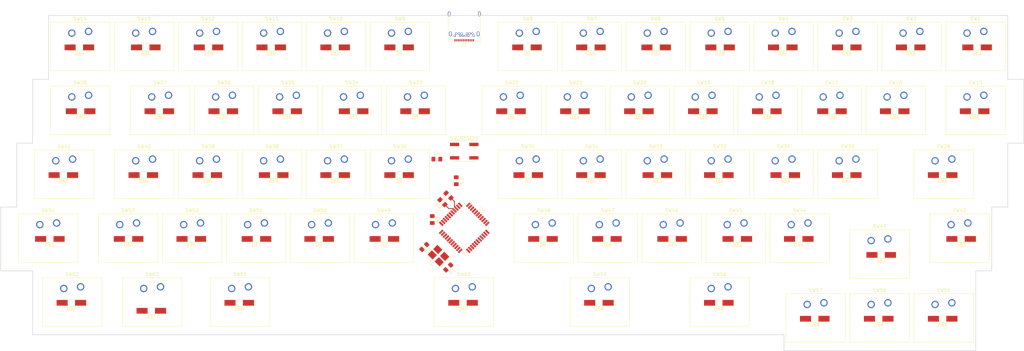
<source format=kicad_pcb>
(kicad_pcb (version 20171130) (host pcbnew "(5.0.0-3-g5ebb6b6)")
  (layers (0 F.Cu signal) (31 B.Cu signal) (34 B.Paste user) (35 F.Paste user) (36 B.SilkS user) (37 F.SilkS user) (38 B.Mask user) (39 F.Mask user) (44 Edge.Cuts user))
  (net 0 "")
  (net 1 GND)
  (net 2 "Net-(C1-Pad1)")
  (net 3 "Net-(C2-Pad1)")
  (net 4 VBUS)
  (net 5 "Net-(C4-Pad1)")
  (net 6 "Net-(D1-Pad1)")
  (net 7 Row1)
  (net 8 Row2)
  (net 9 "Net-(D2-Pad1)")
  (net 10 Row3)
  (net 11 "Net-(D3-Pad1)")
  (net 12 Row4)
  (net 13 "Net-(D4-Pad1)")
  (net 14 Row5)
  (net 15 "Net-(D5-Pad1)")
  (net 16 Row6)
  (net 17 "Net-(D6-Pad1)")
  (net 18 Row7)
  (net 19 "Net-(D7-Pad1)")
  (net 20 Row8)
  (net 21 "Net-(D8-Pad1)")
  (net 22 "Net-(D9-Pad1)")
  (net 23 "Net-(D10-Pad1)")
  (net 24 "Net-(D11-Pad1)")
  (net 25 "Net-(D12-Pad1)")
  (net 26 "Net-(D13-Pad1)")
  (net 27 "Net-(D14-Pad1)")
  (net 28 "Net-(D15-Pad1)")
  (net 29 "Net-(D16-Pad1)")
  (net 30 "Net-(D17-Pad1)")
  (net 31 "Net-(D18-Pad1)")
  (net 32 "Net-(D19-Pad1)")
  (net 33 "Net-(D20-Pad1)")
  (net 34 "Net-(D21-Pad1)")
  (net 35 "Net-(D22-Pad1)")
  (net 36 "Net-(D23-Pad1)")
  (net 37 "Net-(D24-Pad1)")
  (net 38 "Net-(D25-Pad1)")
  (net 39 "Net-(D26-Pad1)")
  (net 40 "Net-(D27-Pad1)")
  (net 41 "Net-(D28-Pad1)")
  (net 42 "Net-(D29-Pad1)")
  (net 43 "Net-(D30-Pad1)")
  (net 44 "Net-(D31-Pad1)")
  (net 45 "Net-(D32-Pad1)")
  (net 46 "Net-(D33-Pad1)")
  (net 47 "Net-(D34-Pad1)")
  (net 48 "Net-(D35-Pad1)")
  (net 49 "Net-(D36-Pad1)")
  (net 50 "Net-(D37-Pad1)")
  (net 51 "Net-(D38-Pad1)")
  (net 52 "Net-(D39-Pad1)")
  (net 53 "Net-(D40-Pad1)")
  (net 54 "Net-(D41-Pad1)")
  (net 55 "Net-(D42-Pad1)")
  (net 56 "Net-(D43-Pad1)")
  (net 57 "Net-(D44-Pad1)")
  (net 58 "Net-(D45-Pad1)")
  (net 59 "Net-(D46-Pad1)")
  (net 60 "Net-(D47-Pad1)")
  (net 61 "Net-(D48-Pad1)")
  (net 62 "Net-(D49-Pad1)")
  (net 63 "Net-(D50-Pad1)")
  (net 64 "Net-(D51-Pad1)")
  (net 65 "Net-(D52-Pad1)")
  (net 66 "Net-(D53-Pad1)")
  (net 67 "Net-(D54-Pad1)")
  (net 68 "Net-(D55-Pad1)")
  (net 69 "Net-(D56-Pad1)")
  (net 70 "Net-(D57-Pad1)")
  (net 71 "Net-(D58-Pad1)")
  (net 72 "Net-(D59-Pad1)")
  (net 73 "Net-(D60-Pad1)")
  (net 74 "Net-(D61-Pad1)")
  (net 75 "Net-(D62-Pad1)")
  (net 76 "Net-(D63-Pad1)")
  (net 77 "Net-(J1-PadA2)")
  (net 78 "Net-(J1-PadA3)")
  (net 79 "Net-(J1-PadA5)")
  (net 80 "Net-(J1-PadA6)")
  (net 81 "Net-(J1-PadA7)")
  (net 82 "Net-(J1-PadA10)")
  (net 83 "Net-(J1-PadA8)")
  (net 84 "Net-(J1-PadA11)")
  (net 85 "Net-(J1-PadB2)")
  (net 86 "Net-(J1-PadB3)")
  (net 87 "Net-(J1-PadB5)")
  (net 88 "Net-(J1-PadB8)")
  (net 89 "Net-(J1-PadB10)")
  (net 90 "Net-(J1-PadB11)")
  (net 91 D-)
  (net 92 D+)
  (net 93 RESET)
  (net 94 Col8)
  (net 95 Col7)
  (net 96 Col6)
  (net 97 Col5)
  (net 98 Col4)
  (net 99 Col3)
  (net 100 Col2)
  (net 101 Col1)
  (net 102 "Net-(U1-Pad1)")
  (net 103 "Net-(U1-Pad12)")
  (net 104 "Net-(U1-Pad22)")
  (net 105 "Net-(U1-Pad29)")
  (net 106 "Net-(U1-Pad30)")
  (net 107 "Net-(U1-Pad31)")
  (net 108 "Net-(U1-Pad32)")
  (net 109 "Net-(U1-Pad33)")
  (net 110 "Net-(U1-Pad36)")
  (net 111 "Net-(U1-Pad37)")
  (net 112 "Net-(U1-Pad42)")
  (module Capacitor_SMD:C_0805_2012Metric_Pad1.15x1.40mm_HandSolder (layer F.Cu) (at 192.88125 168.04375 225)
    (fp_text reference C1 (at 0 -1.65 225) (layer F.SilkS))
    (fp_text value 22pF)
    (pad 2 smd roundrect (at 1.025 0 225) (size 1.15 1.4) (layers F.Cu F.Paste F.Mask) (roundrect_rratio 0.217391) (net 1 GND))
    (pad 1 smd roundrect (at -1.025 0 225) (size 1.15 1.4) (layers F.Cu F.Paste F.Mask) (roundrect_rratio 0.217391) (net 2 "Net-(C1-Pad1)"))
  )
  (module Capacitor_SMD:C_0805_2012Metric_Pad1.15x1.40mm_HandSolder (layer F.Cu) (at 185.7375 161.925 225)
    (fp_text reference C2 (at 0 -1.65 225) (layer F.SilkS))
    (fp_text value 22pF)
    (pad 1 smd roundrect (at -1.025 0 225) (size 1.15 1.4) (layers F.Cu F.Paste F.Mask) (roundrect_rratio 0.217391) (net 3 "Net-(C2-Pad1)"))
    (pad 2 smd roundrect (at 1.025 0 225) (size 1.15 1.4) (layers F.Cu F.Paste F.Mask) (roundrect_rratio 0.217391) (net 1 GND))
  )
  (module Capacitor_SMD:C_0805_2012Metric_Pad1.15x1.40mm_HandSolder (layer F.Cu) (at 195.2625 142.18125 270)
    (fp_text reference C3 (at 0 -1.65 270) (layer F.SilkS))
    (fp_text value 1uF)
    (pad 1 smd roundrect (at -1.025 0 270) (size 1.15 1.4) (layers F.Cu F.Paste F.Mask) (roundrect_rratio 0.217391) (net 1 GND))
    (pad 2 smd roundrect (at 1.025 0 270) (size 1.15 1.4) (layers F.Cu F.Paste F.Mask) (roundrect_rratio 0.217391) (net 4 VBUS))
  )
  (module Capacitor_SMD:C_0805_2012Metric_Pad1.15x1.40mm_HandSolder (layer F.Cu) (at 189.475 135.73125)
    (fp_text reference C4 (at 0 -1.65) (layer F.SilkS))
    (fp_text value 1uF)
    (pad 2 smd roundrect (at 1.025 0) (size 1.15 1.4) (layers F.Cu F.Paste F.Mask) (roundrect_rratio 0.217391) (net 1 GND))
    (pad 1 smd roundrect (at -1.025 0) (size 1.15 1.4) (layers F.Cu F.Paste F.Mask) (roundrect_rratio 0.217391) (net 5 "Net-(C4-Pad1)"))
  )
  (module Diode_SMD:D_MiniMELF_Handsoldering (layer F.Cu) (at 173.83125 159.54375 180)
    (fp_text reference D1 (at 0 -1.75 180) (layer F.SilkS))
    (fp_text value LL4148)
    (pad 1 smd rect (at -2.75 0 180) (size 3.3 1.7) (layers F.Cu F.Paste F.Mask) (net 6 "Net-(D1-Pad1)"))
    (pad 2 smd rect (at 2.75 0 180) (size 3.3 1.7) (layers F.Cu F.Paste F.Mask) (net 7 Row1))
  )
  (module Diode_SMD:D_MiniMELF_Handsoldering (layer F.Cu) (at 178.225 140.49375 180)
    (fp_text reference D2 (at 0 -1.75 180) (layer F.SilkS))
    (fp_text value LL4148)
    (pad 2 smd rect (at 2.75 0 180) (size 3.3 1.7) (layers F.Cu F.Paste F.Mask) (net 8 Row2))
    (pad 1 smd rect (at -2.75 0 180) (size 3.3 1.7) (layers F.Cu F.Paste F.Mask) (net 9 "Net-(D2-Pad1)"))
  )
  (module Diode_SMD:D_MiniMELF_Handsoldering (layer F.Cu) (at 182.9875 121.44375 180)
    (fp_text reference D3 (at 0 -1.75 180) (layer F.SilkS))
    (fp_text value LL4148)
    (pad 2 smd rect (at 2.75 0 180) (size 3.3 1.7) (layers F.Cu F.Paste F.Mask) (net 10 Row3))
    (pad 1 smd rect (at -2.75 0 180) (size 3.3 1.7) (layers F.Cu F.Paste F.Mask) (net 11 "Net-(D3-Pad1)"))
  )
  (module Diode_SMD:D_MiniMELF_Handsoldering (layer F.Cu) (at 178.225 102.39375 180)
    (fp_text reference D4 (at 0 -1.75 180) (layer F.SilkS))
    (fp_text value LL4148)
    (pad 2 smd rect (at 2.75 0 180) (size 3.3 1.7) (layers F.Cu F.Paste F.Mask) (net 12 Row4))
    (pad 1 smd rect (at -2.75 0 180) (size 3.3 1.7) (layers F.Cu F.Paste F.Mask) (net 13 "Net-(D4-Pad1)"))
  )
  (module Diode_SMD:D_MiniMELF_Handsoldering (layer F.Cu) (at 216.325 102.39375 180)
    (fp_text reference D5 (at 0 -1.75 180) (layer F.SilkS))
    (fp_text value LL4148)
    (pad 2 smd rect (at 2.75 0 180) (size 3.3 1.7) (layers F.Cu F.Paste F.Mask) (net 14 Row5))
    (pad 1 smd rect (at -2.75 0 180) (size 3.3 1.7) (layers F.Cu F.Paste F.Mask) (net 15 "Net-(D5-Pad1)"))
  )
  (module Diode_SMD:D_MiniMELF_Handsoldering (layer F.Cu) (at 211.5625 121.44375 180)
    (fp_text reference D6 (at 0 -1.75 180) (layer F.SilkS))
    (fp_text value LL4148)
    (pad 2 smd rect (at 2.75 0 180) (size 3.3 1.7) (layers F.Cu F.Paste F.Mask) (net 16 Row6))
    (pad 1 smd rect (at -2.75 0 180) (size 3.3 1.7) (layers F.Cu F.Paste F.Mask) (net 17 "Net-(D6-Pad1)"))
  )
  (module Diode_SMD:D_MiniMELF_Handsoldering (layer F.Cu) (at 216.69375 140.49375 180)
    (fp_text reference D7 (at 0 -1.75 180) (layer F.SilkS))
    (fp_text value LL4148)
    (pad 2 smd rect (at 2.75 0 180) (size 3.3 1.7) (layers F.Cu F.Paste F.Mask) (net 18 Row7))
    (pad 1 smd rect (at -2.75 0 180) (size 3.3 1.7) (layers F.Cu F.Paste F.Mask) (net 19 "Net-(D7-Pad1)"))
  )
  (module Diode_SMD:D_MiniMELF_Handsoldering (layer F.Cu) (at 221.0875 159.54375 180)
    (fp_text reference D8 (at 0 -1.75 180) (layer F.SilkS))
    (fp_text value LL4148)
    (pad 2 smd rect (at 2.75 0 180) (size 3.3 1.7) (layers F.Cu F.Paste F.Mask) (net 20 Row8))
    (pad 1 smd rect (at -2.75 0 180) (size 3.3 1.7) (layers F.Cu F.Paste F.Mask) (net 21 "Net-(D8-Pad1)"))
  )
  (module Diode_SMD:D_MiniMELF_Handsoldering (layer F.Cu) (at 154.4125 159.54375 180)
    (fp_text reference D9 (at 0 -1.75 180) (layer F.SilkS))
    (fp_text value LL4148)
    (pad 2 smd rect (at 2.75 0 180) (size 3.3 1.7) (layers F.Cu F.Paste F.Mask) (net 7 Row1))
    (pad 1 smd rect (at -2.75 0 180) (size 3.3 1.7) (layers F.Cu F.Paste F.Mask) (net 22 "Net-(D9-Pad1)"))
  )
  (module Diode_SMD:D_MiniMELF_Handsoldering (layer F.Cu) (at 159.175 140.49375 180)
    (fp_text reference D10 (at 0 -1.75 180) (layer F.SilkS))
    (fp_text value LL4148)
    (pad 1 smd rect (at -2.75 0 180) (size 3.3 1.7) (layers F.Cu F.Paste F.Mask) (net 23 "Net-(D10-Pad1)"))
    (pad 2 smd rect (at 2.75 0 180) (size 3.3 1.7) (layers F.Cu F.Paste F.Mask) (net 8 Row2))
  )
  (module Diode_SMD:D_MiniMELF_Handsoldering (layer F.Cu) (at 164.675 121.44375 180)
    (fp_text reference D11 (at 0 -1.75 180) (layer F.SilkS))
    (fp_text value LL4148)
    (pad 1 smd rect (at -2.75 0 180) (size 3.3 1.7) (layers F.Cu F.Paste F.Mask) (net 24 "Net-(D11-Pad1)"))
    (pad 2 smd rect (at 2.75 0 180) (size 3.3 1.7) (layers F.Cu F.Paste F.Mask) (net 10 Row3))
  )
  (module Diode_SMD:D_MiniMELF_Handsoldering (layer F.Cu) (at 159.175 102.39375 180)
    (fp_text reference D12 (at 0 -1.75 180) (layer F.SilkS))
    (fp_text value LL4148)
    (pad 1 smd rect (at -2.75 0 180) (size 3.3 1.7) (layers F.Cu F.Paste F.Mask) (net 25 "Net-(D12-Pad1)"))
    (pad 2 smd rect (at 2.75 0 180) (size 3.3 1.7) (layers F.Cu F.Paste F.Mask) (net 12 Row4))
  )
  (module Diode_SMD:D_MiniMELF_Handsoldering (layer F.Cu) (at 235.375 102.39375 180)
    (fp_text reference D13 (at 0 -1.75 180) (layer F.SilkS))
    (fp_text value LL4148)
    (pad 1 smd rect (at -2.75 0 180) (size 3.3 1.7) (layers F.Cu F.Paste F.Mask) (net 26 "Net-(D13-Pad1)"))
    (pad 2 smd rect (at 2.75 0 180) (size 3.3 1.7) (layers F.Cu F.Paste F.Mask) (net 14 Row5))
  )
  (module Diode_SMD:D_MiniMELF_Handsoldering (layer F.Cu) (at 230.6125 121.44375 180)
    (fp_text reference D14 (at 0 -1.75 180) (layer F.SilkS))
    (fp_text value LL4148)
    (pad 1 smd rect (at -2.75 0 180) (size 3.3 1.7) (layers F.Cu F.Paste F.Mask) (net 27 "Net-(D14-Pad1)"))
    (pad 2 smd rect (at 2.75 0 180) (size 3.3 1.7) (layers F.Cu F.Paste F.Mask) (net 16 Row6))
  )
  (module Diode_SMD:D_MiniMELF_Handsoldering (layer F.Cu) (at 235.375 140.49375 180)
    (fp_text reference D15 (at 0 -1.75 180) (layer F.SilkS))
    (fp_text value LL4148)
    (pad 1 smd rect (at -2.75 0 180) (size 3.3 1.7) (layers F.Cu F.Paste F.Mask) (net 28 "Net-(D15-Pad1)"))
    (pad 2 smd rect (at 2.75 0 180) (size 3.3 1.7) (layers F.Cu F.Paste F.Mask) (net 18 Row7))
  )
  (module Diode_SMD:D_MiniMELF_Handsoldering (layer F.Cu) (at 240.1375 159.54375 180)
    (fp_text reference D16 (at 0 -1.75 180) (layer F.SilkS))
    (fp_text value LL4148)
    (pad 1 smd rect (at -2.75 0 180) (size 3.3 1.7) (layers F.Cu F.Paste F.Mask) (net 29 "Net-(D16-Pad1)"))
    (pad 2 smd rect (at 2.75 0 180) (size 3.3 1.7) (layers F.Cu F.Paste F.Mask) (net 20 Row8))
  )
  (module Diode_SMD:D_MiniMELF_Handsoldering (layer F.Cu) (at 135.73125 159.54375 180)
    (fp_text reference D17 (at 0 -1.75 180) (layer F.SilkS))
    (fp_text value LL4148)
    (pad 1 smd rect (at -2.75 0 180) (size 3.3 1.7) (layers F.Cu F.Paste F.Mask) (net 30 "Net-(D17-Pad1)"))
    (pad 2 smd rect (at 2.75 0 180) (size 3.3 1.7) (layers F.Cu F.Paste F.Mask) (net 7 Row1))
  )
  (module Diode_SMD:D_MiniMELF_Handsoldering (layer F.Cu) (at 140.8625 140.49375 180)
    (fp_text reference D18 (at 0 -1.75 180) (layer F.SilkS))
    (fp_text value LL4148)
    (pad 2 smd rect (at 2.75 0 180) (size 3.3 1.7) (layers F.Cu F.Paste F.Mask) (net 8 Row2))
    (pad 1 smd rect (at -2.75 0 180) (size 3.3 1.7) (layers F.Cu F.Paste F.Mask) (net 31 "Net-(D18-Pad1)"))
  )
  (module Diode_SMD:D_MiniMELF_Handsoldering (layer F.Cu) (at 144.8875 121.44375 180)
    (fp_text reference D19 (at 0 -1.75 180) (layer F.SilkS))
    (fp_text value LL4148)
    (pad 2 smd rect (at 2.75 0 180) (size 3.3 1.7) (layers F.Cu F.Paste F.Mask) (net 10 Row3))
    (pad 1 smd rect (at -2.75 0 180) (size 3.3 1.7) (layers F.Cu F.Paste F.Mask) (net 32 "Net-(D19-Pad1)"))
  )
  (module Diode_SMD:D_MiniMELF_Handsoldering (layer F.Cu) (at 140.125 102.39375 180)
    (fp_text reference D20 (at 0 -1.75 180) (layer F.SilkS))
    (fp_text value LL4148)
    (pad 2 smd rect (at 2.75 0 180) (size 3.3 1.7) (layers F.Cu F.Paste F.Mask) (net 12 Row4))
    (pad 1 smd rect (at -2.75 0 180) (size 3.3 1.7) (layers F.Cu F.Paste F.Mask) (net 33 "Net-(D20-Pad1)"))
  )
  (module Diode_SMD:D_MiniMELF_Handsoldering (layer F.Cu) (at 254.79375 102.39375 180)
    (fp_text reference D21 (at 0 -1.75 180) (layer F.SilkS))
    (fp_text value LL4148)
    (pad 2 smd rect (at 2.75 0 180) (size 3.3 1.7) (layers F.Cu F.Paste F.Mask) (net 14 Row5))
    (pad 1 smd rect (at -2.75 0 180) (size 3.3 1.7) (layers F.Cu F.Paste F.Mask) (net 34 "Net-(D21-Pad1)"))
  )
  (module Diode_SMD:D_MiniMELF_Handsoldering (layer F.Cu) (at 249.6625 121.44375 180)
    (fp_text reference D22 (at 0 -1.75 180) (layer F.SilkS))
    (fp_text value LL4148)
    (pad 2 smd rect (at 2.75 0 180) (size 3.3 1.7) (layers F.Cu F.Paste F.Mask) (net 16 Row6))
    (pad 1 smd rect (at -2.75 0 180) (size 3.3 1.7) (layers F.Cu F.Paste F.Mask) (net 35 "Net-(D22-Pad1)"))
  )
  (module Diode_SMD:D_MiniMELF_Handsoldering (layer F.Cu) (at 255.1625 140.49375 180)
    (fp_text reference D23 (at 0 -1.75 180) (layer F.SilkS))
    (fp_text value LL4148)
    (pad 2 smd rect (at 2.75 0 180) (size 3.3 1.7) (layers F.Cu F.Paste F.Mask) (net 18 Row7))
    (pad 1 smd rect (at -2.75 0 180) (size 3.3 1.7) (layers F.Cu F.Paste F.Mask) (net 36 "Net-(D23-Pad1)"))
  )
  (module Diode_SMD:D_MiniMELF_Handsoldering (layer F.Cu) (at 259.55625 159.54375 180)
    (fp_text reference D24 (at 0 -1.75 180) (layer F.SilkS))
    (fp_text value LL4148)
    (pad 2 smd rect (at 2.75 0 180) (size 3.3 1.7) (layers F.Cu F.Paste F.Mask) (net 20 Row8))
    (pad 1 smd rect (at -2.75 0 180) (size 3.3 1.7) (layers F.Cu F.Paste F.Mask) (net 37 "Net-(D24-Pad1)"))
  )
  (module Diode_SMD:D_MiniMELF_Handsoldering (layer F.Cu) (at 116.3125 159.54375 180)
    (fp_text reference D25 (at 0 -1.75 180) (layer F.SilkS))
    (fp_text value LL4148)
    (pad 1 smd rect (at -2.75 0 180) (size 3.3 1.7) (layers F.Cu F.Paste F.Mask) (net 38 "Net-(D25-Pad1)"))
    (pad 2 smd rect (at 2.75 0 180) (size 3.3 1.7) (layers F.Cu F.Paste F.Mask) (net 7 Row1))
  )
  (module Diode_SMD:D_MiniMELF_Handsoldering (layer F.Cu) (at 121.075 140.49375 180)
    (fp_text reference D26 (at 0 -1.75 180) (layer F.SilkS))
    (fp_text value LL4148)
    (pad 1 smd rect (at -2.75 0 180) (size 3.3 1.7) (layers F.Cu F.Paste F.Mask) (net 39 "Net-(D26-Pad1)"))
    (pad 2 smd rect (at 2.75 0 180) (size 3.3 1.7) (layers F.Cu F.Paste F.Mask) (net 8 Row2))
  )
  (module Diode_SMD:D_MiniMELF_Handsoldering (layer F.Cu) (at 125.8375 121.44375 180)
    (fp_text reference D27 (at 0 -1.75 180) (layer F.SilkS))
    (fp_text value LL4148)
    (pad 1 smd rect (at -2.75 0 180) (size 3.3 1.7) (layers F.Cu F.Paste F.Mask) (net 40 "Net-(D27-Pad1)"))
    (pad 2 smd rect (at 2.75 0 180) (size 3.3 1.7) (layers F.Cu F.Paste F.Mask) (net 10 Row3))
  )
  (module Diode_SMD:D_MiniMELF_Handsoldering (layer F.Cu) (at 121.44375 102.39375 180)
    (fp_text reference D28 (at 0 -1.75 180) (layer F.SilkS))
    (fp_text value LL4148)
    (pad 1 smd rect (at -2.75 0 180) (size 3.3 1.7) (layers F.Cu F.Paste F.Mask) (net 41 "Net-(D28-Pad1)"))
    (pad 2 smd rect (at 2.75 0 180) (size 3.3 1.7) (layers F.Cu F.Paste F.Mask) (net 12 Row4))
  )
  (module Diode_SMD:D_MiniMELF_Handsoldering (layer F.Cu) (at 273.84375 102.39375 180)
    (fp_text reference D29 (at 0 -1.75 180) (layer F.SilkS))
    (fp_text value LL4148)
    (pad 1 smd rect (at -2.75 0 180) (size 3.3 1.7) (layers F.Cu F.Paste F.Mask) (net 42 "Net-(D29-Pad1)"))
    (pad 2 smd rect (at 2.75 0 180) (size 3.3 1.7) (layers F.Cu F.Paste F.Mask) (net 14 Row5))
  )
  (module Diode_SMD:D_MiniMELF_Handsoldering (layer F.Cu) (at 268.7125 121.44375 180)
    (fp_text reference D30 (at 0 -1.75 180) (layer F.SilkS))
    (fp_text value LL4148)
    (pad 1 smd rect (at -2.75 0 180) (size 3.3 1.7) (layers F.Cu F.Paste F.Mask) (net 43 "Net-(D30-Pad1)"))
    (pad 2 smd rect (at 2.75 0 180) (size 3.3 1.7) (layers F.Cu F.Paste F.Mask) (net 16 Row6))
  )
  (module Diode_SMD:D_MiniMELF_Handsoldering (layer F.Cu) (at 273.475 140.49375 180)
    (fp_text reference D31 (at 0 -1.75 180) (layer F.SilkS))
    (fp_text value LL4148)
    (pad 1 smd rect (at -2.75 0 180) (size 3.3 1.7) (layers F.Cu F.Paste F.Mask) (net 44 "Net-(D31-Pad1)"))
    (pad 2 smd rect (at 2.75 0 180) (size 3.3 1.7) (layers F.Cu F.Paste F.Mask) (net 18 Row7))
  )
  (module Diode_SMD:D_MiniMELF_Handsoldering (layer F.Cu) (at 278.975 159.54375 180)
    (fp_text reference D32 (at 0 -1.75 180) (layer F.SilkS))
    (fp_text value LL4148)
    (pad 1 smd rect (at -2.75 0 180) (size 3.3 1.7) (layers F.Cu F.Paste F.Mask) (net 45 "Net-(D32-Pad1)"))
    (pad 2 smd rect (at 2.75 0 180) (size 3.3 1.7) (layers F.Cu F.Paste F.Mask) (net 20 Row8))
  )
  (module Diode_SMD:D_MiniMELF_Handsoldering (layer F.Cu) (at 97.63125 159.54375 180)
    (fp_text reference D33 (at 0 -1.75 180) (layer F.SilkS))
    (fp_text value LL4148)
    (pad 1 smd rect (at -2.75 0 180) (size 3.3 1.7) (layers F.Cu F.Paste F.Mask) (net 46 "Net-(D33-Pad1)"))
    (pad 2 smd rect (at 2.75 0 180) (size 3.3 1.7) (layers F.Cu F.Paste F.Mask) (net 7 Row1))
  )
  (module Diode_SMD:D_MiniMELF_Handsoldering (layer F.Cu) (at 102.025 140.49375 180)
    (fp_text reference D34 (at 0 -1.75 180) (layer F.SilkS))
    (fp_text value LL4148)
    (pad 2 smd rect (at 2.75 0 180) (size 3.3 1.7) (layers F.Cu F.Paste F.Mask) (net 8 Row2))
    (pad 1 smd rect (at -2.75 0 180) (size 3.3 1.7) (layers F.Cu F.Paste F.Mask) (net 47 "Net-(D34-Pad1)"))
  )
  (module Diode_SMD:D_MiniMELF_Handsoldering (layer F.Cu) (at 106.7875 121.44375 180)
    (fp_text reference D35 (at 0 -1.75 180) (layer F.SilkS))
    (fp_text value LL4148)
    (pad 2 smd rect (at 2.75 0 180) (size 3.3 1.7) (layers F.Cu F.Paste F.Mask) (net 10 Row3))
    (pad 1 smd rect (at -2.75 0 180) (size 3.3 1.7) (layers F.Cu F.Paste F.Mask) (net 48 "Net-(D35-Pad1)"))
  )
  (module Diode_SMD:D_MiniMELF_Handsoldering (layer F.Cu) (at 102.7625 102.39375 180)
    (fp_text reference D36 (at 0 -1.75 180) (layer F.SilkS))
    (fp_text value LL4148)
    (pad 2 smd rect (at 2.75 0 180) (size 3.3 1.7) (layers F.Cu F.Paste F.Mask) (net 12 Row4))
    (pad 1 smd rect (at -2.75 0 180) (size 3.3 1.7) (layers F.Cu F.Paste F.Mask) (net 49 "Net-(D36-Pad1)"))
  )
  (module Diode_SMD:D_MiniMELF_Handsoldering (layer F.Cu) (at 292.525 102.39375 180)
    (fp_text reference D37 (at 0 -1.75 180) (layer F.SilkS))
    (fp_text value LL4148)
    (pad 2 smd rect (at 2.75 0 180) (size 3.3 1.7) (layers F.Cu F.Paste F.Mask) (net 14 Row5))
    (pad 1 smd rect (at -2.75 0 180) (size 3.3 1.7) (layers F.Cu F.Paste F.Mask) (net 50 "Net-(D37-Pad1)"))
  )
  (module Diode_SMD:D_MiniMELF_Handsoldering (layer F.Cu) (at 287.7625 121.44375 180)
    (fp_text reference D38 (at 0 -1.75 180) (layer F.SilkS))
    (fp_text value LL4148)
    (pad 2 smd rect (at 2.75 0 180) (size 3.3 1.7) (layers F.Cu F.Paste F.Mask) (net 16 Row6))
    (pad 1 smd rect (at -2.75 0 180) (size 3.3 1.7) (layers F.Cu F.Paste F.Mask) (net 51 "Net-(D38-Pad1)"))
  )
  (module Diode_SMD:D_MiniMELF_Handsoldering (layer F.Cu) (at 293.2625 140.49375 180)
    (fp_text reference D39 (at 0 -1.75 180) (layer F.SilkS))
    (fp_text value LL4148)
    (pad 2 smd rect (at 2.75 0 180) (size 3.3 1.7) (layers F.Cu F.Paste F.Mask) (net 18 Row7))
    (pad 1 smd rect (at -2.75 0 180) (size 3.3 1.7) (layers F.Cu F.Paste F.Mask) (net 52 "Net-(D39-Pad1)"))
  )
  (module Diode_SMD:D_MiniMELF_Handsoldering (layer F.Cu) (at 297.2875 159.54375 180)
    (fp_text reference D40 (at 0 -1.75 180) (layer F.SilkS))
    (fp_text value LL4148)
    (pad 2 smd rect (at 2.75 0 180) (size 3.3 1.7) (layers F.Cu F.Paste F.Mask) (net 20 Row8))
    (pad 1 smd rect (at -2.75 0 180) (size 3.3 1.7) (layers F.Cu F.Paste F.Mask) (net 53 "Net-(D40-Pad1)"))
  )
  (module Diode_SMD:D_MiniMELF_Handsoldering (layer F.Cu) (at 74.1875 159.54375 180)
    (fp_text reference D41 (at 0 -1.75 180) (layer F.SilkS))
    (fp_text value LL4148)
    (pad 2 smd rect (at 2.75 0 180) (size 3.3 1.7) (layers F.Cu F.Paste F.Mask) (net 7 Row1))
    (pad 1 smd rect (at -2.75 0 180) (size 3.3 1.7) (layers F.Cu F.Paste F.Mask) (net 54 "Net-(D41-Pad1)"))
  )
  (module Diode_SMD:D_MiniMELF_Handsoldering (layer F.Cu) (at 78.2125 140.49375 180)
    (fp_text reference D42 (at 0 -1.75 180) (layer F.SilkS))
    (fp_text value LL4148)
    (pad 1 smd rect (at -2.75 0 180) (size 3.3 1.7) (layers F.Cu F.Paste F.Mask) (net 55 "Net-(D42-Pad1)"))
    (pad 2 smd rect (at 2.75 0 180) (size 3.3 1.7) (layers F.Cu F.Paste F.Mask) (net 8 Row2))
  )
  (module Diode_SMD:D_MiniMELF_Handsoldering (layer F.Cu) (at 83.34375 121.44375 180)
    (fp_text reference D43 (at 0 -1.75 180) (layer F.SilkS))
    (fp_text value LL4148)
    (pad 1 smd rect (at -2.75 0 180) (size 3.3 1.7) (layers F.Cu F.Paste F.Mask) (net 56 "Net-(D43-Pad1)"))
    (pad 2 smd rect (at 2.75 0 180) (size 3.3 1.7) (layers F.Cu F.Paste F.Mask) (net 10 Row3))
  )
  (module Diode_SMD:D_MiniMELF_Handsoldering (layer F.Cu) (at 82.975 102.39375 180)
    (fp_text reference D44 (at 0 -1.75 180) (layer F.SilkS))
    (fp_text value LL4148)
    (pad 1 smd rect (at -2.75 0 180) (size 3.3 1.7) (layers F.Cu F.Paste F.Mask) (net 57 "Net-(D44-Pad1)"))
    (pad 2 smd rect (at 2.75 0 180) (size 3.3 1.7) (layers F.Cu F.Paste F.Mask) (net 12 Row4))
  )
  (module Diode_SMD:D_MiniMELF_Handsoldering (layer F.Cu) (at 311.575 102.39375 180)
    (fp_text reference D45 (at 0 -1.75 180) (layer F.SilkS))
    (fp_text value LL4148)
    (pad 1 smd rect (at -2.75 0 180) (size 3.3 1.7) (layers F.Cu F.Paste F.Mask) (net 58 "Net-(D45-Pad1)"))
    (pad 2 smd rect (at 2.75 0 180) (size 3.3 1.7) (layers F.Cu F.Paste F.Mask) (net 14 Row5))
  )
  (module Diode_SMD:D_MiniMELF_Handsoldering (layer F.Cu) (at 307.18125 121.44375 180)
    (fp_text reference D46 (at 0 -1.75 180) (layer F.SilkS))
    (fp_text value LL4148)
    (pad 1 smd rect (at -2.75 0 180) (size 3.3 1.7) (layers F.Cu F.Paste F.Mask) (net 59 "Net-(D46-Pad1)"))
    (pad 2 smd rect (at 2.75 0 180) (size 3.3 1.7) (layers F.Cu F.Paste F.Mask) (net 16 Row6))
  )
  (module Diode_SMD:D_MiniMELF_Handsoldering (layer F.Cu) (at 311.575 140.49375 180)
    (fp_text reference D47 (at 0 -1.75 180) (layer F.SilkS))
    (fp_text value LL4148)
    (pad 1 smd rect (at -2.75 0 180) (size 3.3 1.7) (layers F.Cu F.Paste F.Mask) (net 60 "Net-(D47-Pad1)"))
    (pad 2 smd rect (at 2.75 0 180) (size 3.3 1.7) (layers F.Cu F.Paste F.Mask) (net 18 Row7))
  )
  (module Diode_SMD:D_MiniMELF_Handsoldering (layer F.Cu) (at 273.475 178.59375 180)
    (fp_text reference D48 (at 0 -1.75 180) (layer F.SilkS))
    (fp_text value LL4148)
    (pad 1 smd rect (at -2.75 0 180) (size 3.3 1.7) (layers F.Cu F.Paste F.Mask) (net 61 "Net-(D48-Pad1)"))
    (pad 2 smd rect (at 2.75 0 180) (size 3.3 1.7) (layers F.Cu F.Paste F.Mask) (net 20 Row8))
  )
  (module Diode_SMD:D_MiniMELF_Handsoldering (layer F.Cu) (at 197.275 178.59375 180)
    (fp_text reference D49 (at 0 -1.75 180) (layer F.SilkS))
    (fp_text value LL4148)
    (pad 1 smd rect (at -2.75 0 180) (size 3.3 1.7) (layers F.Cu F.Paste F.Mask) (net 62 "Net-(D49-Pad1)"))
    (pad 2 smd rect (at 2.75 0 180) (size 3.3 1.7) (layers F.Cu F.Paste F.Mask) (net 7 Row1))
  )
  (module Diode_SMD:D_MiniMELF_Handsoldering (layer F.Cu) (at 130.6 178.59375 180)
    (fp_text reference D50 (at 0 -1.75 180) (layer F.SilkS))
    (fp_text value LL4148)
    (pad 2 smd rect (at 2.75 0 180) (size 3.3 1.7) (layers F.Cu F.Paste F.Mask) (net 8 Row2))
    (pad 1 smd rect (at -2.75 0 180) (size 3.3 1.7) (layers F.Cu F.Paste F.Mask) (net 63 "Net-(D50-Pad1)"))
  )
  (module Diode_SMD:D_MiniMELF_Handsoldering (layer F.Cu) (at 104.40625 180.975 180)
    (fp_text reference D51 (at 0 -1.75 180) (layer F.SilkS))
    (fp_text value LL4148)
    (pad 2 smd rect (at 2.75 0 180) (size 3.3 1.7) (layers F.Cu F.Paste F.Mask) (net 10 Row3))
    (pad 1 smd rect (at -2.75 0 180) (size 3.3 1.7) (layers F.Cu F.Paste F.Mask) (net 64 "Net-(D51-Pad1)"))
  )
  (module Diode_SMD:D_MiniMELF_Handsoldering (layer F.Cu) (at 80.59375 178.59375 180)
    (fp_text reference D52 (at 0 -1.75 180) (layer F.SilkS))
    (fp_text value LL4148)
    (pad 2 smd rect (at 2.75 0 180) (size 3.3 1.7) (layers F.Cu F.Paste F.Mask) (net 12 Row4))
    (pad 1 smd rect (at -2.75 0 180) (size 3.3 1.7) (layers F.Cu F.Paste F.Mask) (net 65 "Net-(D52-Pad1)"))
  )
  (module Diode_SMD:D_MiniMELF_Handsoldering (layer F.Cu) (at 330.625 102.39375 180)
    (fp_text reference D53 (at 0 -1.75 180) (layer F.SilkS))
    (fp_text value LL4148)
    (pad 2 smd rect (at 2.75 0 180) (size 3.3 1.7) (layers F.Cu F.Paste F.Mask) (net 14 Row5))
    (pad 1 smd rect (at -2.75 0 180) (size 3.3 1.7) (layers F.Cu F.Paste F.Mask) (net 66 "Net-(D53-Pad1)"))
  )
  (module Diode_SMD:D_MiniMELF_Handsoldering (layer F.Cu) (at 325.8625 121.44375 180)
    (fp_text reference D54 (at 0 -1.75 180) (layer F.SilkS))
    (fp_text value LL4148)
    (pad 2 smd rect (at 2.75 0 180) (size 3.3 1.7) (layers F.Cu F.Paste F.Mask) (net 16 Row6))
    (pad 1 smd rect (at -2.75 0 180) (size 3.3 1.7) (layers F.Cu F.Paste F.Mask) (net 67 "Net-(D54-Pad1)"))
  )
  (module Diode_SMD:D_MiniMELF_Handsoldering (layer F.Cu) (at 340.15 140.49375 180)
    (fp_text reference D55 (at 0 -1.75 180) (layer F.SilkS))
    (fp_text value LL4148)
    (pad 2 smd rect (at 2.75 0 180) (size 3.3 1.7) (layers F.Cu F.Paste F.Mask) (net 18 Row7))
    (pad 1 smd rect (at -2.75 0 180) (size 3.3 1.7) (layers F.Cu F.Paste F.Mask) (net 68 "Net-(D55-Pad1)"))
  )
  (module Diode_SMD:D_MiniMELF_Handsoldering (layer F.Cu) (at 237.75625 178.59375 180)
    (fp_text reference D56 (at 0 -1.75 180) (layer F.SilkS))
    (fp_text value LL4148)
    (pad 2 smd rect (at 2.75 0 180) (size 3.3 1.7) (layers F.Cu F.Paste F.Mask) (net 20 Row8))
    (pad 1 smd rect (at -2.75 0 180) (size 3.3 1.7) (layers F.Cu F.Paste F.Mask) (net 69 "Net-(D56-Pad1)"))
  )
  (module Diode_SMD:D_MiniMELF_Handsoldering (layer F.Cu) (at 321.8375 164.30625 180)
    (fp_text reference D57 (at 0 -1.75 180) (layer F.SilkS))
    (fp_text value LL4148)
    (pad 2 smd rect (at 2.75 0 180) (size 3.3 1.7) (layers F.Cu F.Paste F.Mask) (net 7 Row1))
    (pad 1 smd rect (at -2.75 0 180) (size 3.3 1.7) (layers F.Cu F.Paste F.Mask) (net 70 "Net-(D57-Pad1)"))
  )
  (module Diode_SMD:D_MiniMELF_Handsoldering (layer F.Cu) (at 302.05 183.35625 180)
    (fp_text reference D58 (at 0 -1.75 180) (layer F.SilkS))
    (fp_text value LL4148)
    (pad 1 smd rect (at -2.75 0 180) (size 3.3 1.7) (layers F.Cu F.Paste F.Mask) (net 71 "Net-(D58-Pad1)"))
    (pad 2 smd rect (at 2.75 0 180) (size 3.3 1.7) (layers F.Cu F.Paste F.Mask) (net 8 Row2))
  )
  (module Diode_SMD:D_MiniMELF_Handsoldering (layer F.Cu) (at 321.1 183.35625 180)
    (fp_text reference D59 (at 0 -1.75 180) (layer F.SilkS))
    (fp_text value LL4148)
    (pad 1 smd rect (at -2.75 0 180) (size 3.3 1.7) (layers F.Cu F.Paste F.Mask) (net 72 "Net-(D59-Pad1)"))
    (pad 2 smd rect (at 2.75 0 180) (size 3.3 1.7) (layers F.Cu F.Paste F.Mask) (net 10 Row3))
  )
  (module Diode_SMD:D_MiniMELF_Handsoldering (layer F.Cu) (at 340.15 183.35625 180)
    (fp_text reference D60 (at 0 -1.75 180) (layer F.SilkS))
    (fp_text value LL4148)
    (pad 1 smd rect (at -2.75 0 180) (size 3.3 1.7) (layers F.Cu F.Paste F.Mask) (net 73 "Net-(D60-Pad1)"))
    (pad 2 smd rect (at 2.75 0 180) (size 3.3 1.7) (layers F.Cu F.Paste F.Mask) (net 12 Row4))
  )
  (module Diode_SMD:D_MiniMELF_Handsoldering (layer F.Cu) (at 350.4125 102.39375 180)
    (fp_text reference D61 (at 0 -1.75 180) (layer F.SilkS))
    (fp_text value LL4148)
    (pad 1 smd rect (at -2.75 0 180) (size 3.3 1.7) (layers F.Cu F.Paste F.Mask) (net 74 "Net-(D61-Pad1)"))
    (pad 2 smd rect (at 2.75 0 180) (size 3.3 1.7) (layers F.Cu F.Paste F.Mask) (net 14 Row5))
  )
  (module Diode_SMD:D_MiniMELF_Handsoldering (layer F.Cu) (at 349.675 121.44375 180)
    (fp_text reference D62 (at 0 -1.75 180) (layer F.SilkS))
    (fp_text value LL4148)
    (pad 1 smd rect (at -2.75 0 180) (size 3.3 1.7) (layers F.Cu F.Paste F.Mask) (net 75 "Net-(D62-Pad1)"))
    (pad 2 smd rect (at 2.75 0 180) (size 3.3 1.7) (layers F.Cu F.Paste F.Mask) (net 16 Row6))
  )
  (module Diode_SMD:D_MiniMELF_Handsoldering (layer F.Cu) (at 345.65 159.54375 180)
    (fp_text reference D63 (at 0 -1.75 180) (layer F.SilkS))
    (fp_text value LL4148)
    (pad 1 smd rect (at -2.75 0 180) (size 3.3 1.7) (layers F.Cu F.Paste F.Mask) (net 76 "Net-(D63-Pad1)"))
    (pad 2 smd rect (at 2.75 0 180) (size 3.3 1.7) (layers F.Cu F.Paste F.Mask) (net 18 Row7))
  )
  (module Connector_USB:USB_C_Receptacle_Amphenol_12401548E4-2A (layer F.Cu) (at 197.64375 95.25 180)
    (fp_text reference J1 (at 0 -6.36 180) (layer F.SilkS))
    (fp_text value USB_C_Receptacle)
    (pad S1 thru_hole oval (at -4.13 -3.11 180) (size 0.8 1.4) (drill oval 0.5 1.1) (layers *.Cu *.Mask) (net 1 GND))
    (pad A1 smd rect (at -2.75 -5.02 180) (size 0.3 0.7) (layers F.Cu F.Paste F.Mask) (net 1 GND))
    (pad A2 smd rect (at -2.25 -5.02 180) (size 0.3 0.7) (layers F.Cu F.Paste F.Mask) (net 77 "Net-(J1-PadA2)"))
    (pad A3 smd rect (at -1.75 -5.02 180) (size 0.3 0.7) (layers F.Cu F.Paste F.Mask) (net 78 "Net-(J1-PadA3)"))
    (pad A4 smd rect (at -1.25 -5.02 180) (size 0.3 0.7) (layers F.Cu F.Paste F.Mask) (net 4 VBUS))
    (pad A5 smd rect (at -0.75 -5.02 180) (size 0.3 0.7) (layers F.Cu F.Paste F.Mask) (net 79 "Net-(J1-PadA5)"))
    (pad A6 smd rect (at -0.25 -5.02 180) (size 0.3 0.7) (layers F.Cu F.Paste F.Mask) (net 80 "Net-(J1-PadA6)"))
    (pad A7 smd rect (at 0.25 -5.02 180) (size 0.3 0.7) (layers F.Cu F.Paste F.Mask) (net 81 "Net-(J1-PadA7)"))
    (pad A12 smd rect (at 2.75 -5.02 180) (size 0.3 0.7) (layers F.Cu F.Paste F.Mask) (net 1 GND))
    (pad A10 smd rect (at 1.75 -5.02 180) (size 0.3 0.7) (layers F.Cu F.Paste F.Mask) (net 82 "Net-(J1-PadA10)"))
    (pad A9 smd rect (at 1.25 -5.02 180) (size 0.3 0.7) (layers F.Cu F.Paste F.Mask) (net 4 VBUS))
    (pad A8 smd rect (at 0.75 -5.02 180) (size 0.3 0.7) (layers F.Cu F.Paste F.Mask) (net 83 "Net-(J1-PadA8)"))
    (pad A11 smd rect (at 2.25 -5.02 180) (size 0.3 0.7) (layers F.Cu F.Paste F.Mask) (net 84 "Net-(J1-PadA11)"))
    (pad S1 thru_hole oval (at 4.13 -3.11 180) (size 0.8 1.4) (drill oval 0.5 1.1) (layers *.Cu *.Mask) (net 1 GND))
    (pad S1 thru_hole oval (at 4.49 2.84 180) (size 0.8 1.4) (drill oval 0.5 1.1) (layers *.Cu *.Mask) (net 1 GND))
    (pad S1 thru_hole oval (at -4.49 2.84 180) (size 0.8 1.4) (drill oval 0.5 1.1) (layers *.Cu *.Mask) (net 1 GND))
    (pad "" np_thru_hole oval (at 3.6 -4.36 180) (size 0.95 0.65) (drill oval 0.95 0.65) (layers *.Cu *.Mask))
    (pad "" np_thru_hole circle (at -3.6 -4.36 180) (size 0.65 0.65) (drill 0.65) (layers *.Cu *.Mask))
    (pad B1 thru_hole circle (at 2.8 -3.71 180) (size 0.65 0.65) (drill 0.4) (layers *.Cu *.Mask) (net 1 GND))
    (pad B4 thru_hole circle (at 1.2 -3.71 180) (size 0.65 0.65) (drill 0.4) (layers *.Cu *.Mask) (net 4 VBUS))
    (pad B6 thru_hole circle (at 0.4 -3.71 180) (size 0.65 0.65) (drill 0.4) (layers *.Cu *.Mask) (net 80 "Net-(J1-PadA6)"))
    (pad B7 thru_hole circle (at -0.4 -3.71 180) (size 0.65 0.65) (drill 0.4) (layers *.Cu *.Mask) (net 81 "Net-(J1-PadA7)"))
    (pad B9 thru_hole circle (at -1.2 -3.71 180) (size 0.65 0.65) (drill 0.4) (layers *.Cu *.Mask) (net 4 VBUS))
    (pad B12 thru_hole circle (at -2.8 -3.71 180) (size 0.65 0.65) (drill 0.4) (layers *.Cu *.Mask) (net 1 GND))
    (pad B2 thru_hole circle (at 2.4 -3.01 180) (size 0.65 0.65) (drill 0.4) (layers *.Cu *.Mask) (net 85 "Net-(J1-PadB2)"))
    (pad B3 thru_hole circle (at 1.6 -3.01 180) (size 0.65 0.65) (drill 0.4) (layers *.Cu *.Mask) (net 86 "Net-(J1-PadB3)"))
    (pad B5 thru_hole circle (at 0.8 -3.01 180) (size 0.65 0.65) (drill 0.4) (layers *.Cu *.Mask) (net 87 "Net-(J1-PadB5)"))
    (pad B8 thru_hole circle (at -0.8 -3.01 180) (size 0.65 0.65) (drill 0.4) (layers *.Cu *.Mask) (net 88 "Net-(J1-PadB8)"))
    (pad B10 thru_hole circle (at -1.6 -3.01 180) (size 0.65 0.65) (drill 0.4) (layers *.Cu *.Mask) (net 89 "Net-(J1-PadB10)"))
    (pad B11 thru_hole circle (at -2.4 -3.01 180) (size 0.65 0.65) (drill 0.4) (layers *.Cu *.Mask) (net 90 "Net-(J1-PadB11)"))
  )
  (module Resistor_SMD:R_0805_2012Metric_Pad1.15x1.40mm_HandSolder (layer F.Cu) (at 192.950216 146.595216 135)
    (fp_text reference R1 (at 0 -1.65 135) (layer F.SilkS))
    (fp_text value 22ohm)
    (pad 1 smd roundrect (at -1.025 0 135) (size 1.15 1.4) (layers F.Cu F.Paste F.Mask) (roundrect_rratio 0.217391) (net 91 D-))
    (pad 2 smd roundrect (at 1.025 0 135) (size 1.15 1.4) (layers F.Cu F.Paste F.Mask) (roundrect_rratio 0.217391) (net 81 "Net-(J1-PadA7)"))
  )
  (module Resistor_SMD:R_0805_2012Metric_Pad1.15x1.40mm_HandSolder (layer F.Cu) (at 191.135 148.59 135)
    (fp_text reference R2 (at 0 -1.65 135) (layer F.SilkS))
    (fp_text value 22ohm)
    (pad 2 smd roundrect (at 1.025 0 135) (size 1.15 1.4) (layers F.Cu F.Paste F.Mask) (roundrect_rratio 0.217391) (net 80 "Net-(J1-PadA6)"))
    (pad 1 smd roundrect (at -1.025 0 135) (size 1.15 1.4) (layers F.Cu F.Paste F.Mask) (roundrect_rratio 0.217391) (net 92 D+))
  )
  (module Resistor_SMD:R_0805_2012Metric_Pad1.15x1.40mm_HandSolder (layer F.Cu) (at 188.11875 153.75625 270)
    (fp_text reference R3 (at 0 -1.65 270) (layer F.SilkS))
    (fp_text value 22ohm)
    (pad 1 smd roundrect (at -1.025 0 270) (size 1.15 1.4) (layers F.Cu F.Paste F.Mask) (roundrect_rratio 0.217391) (net 4 VBUS))
    (pad 2 smd roundrect (at 1.025 0 270) (size 1.15 1.4) (layers F.Cu F.Paste F.Mask) (roundrect_rratio 0.217391) (net 93 RESET))
  )
  (module Button_Switch_Keyboard:SW_Matias_1.00u (layer F.Cu) (at 352.425 97.63125)
    (fp_text reference SW1 (at -2.5 -3.75) (layer F.SilkS))
    (fp_text value \)
    (pad 2 thru_hole circle (at -5 0.5) (size 2.2 2.2) (drill 1.5) (layers *.Cu *.Mask) (net 94 Col8))
    (pad 1 thru_hole circle (at 0 0) (size 2.2 2.2) (drill 1.5) (layers *.Cu *.Mask) (net 74 "Net-(D61-Pad1)"))
  )
  (module Button_Switch_Keyboard:SW_Matias_1.00u (layer F.Cu) (at 333.375 97.63125)
    (fp_text reference SW2 (at -2.5 -3.75) (layer F.SilkS))
    (fp_text value =)
    (pad 1 thru_hole circle (at 0 0) (size 2.2 2.2) (drill 1.5) (layers *.Cu *.Mask) (net 66 "Net-(D53-Pad1)"))
    (pad 2 thru_hole circle (at -5 0.5) (size 2.2 2.2) (drill 1.5) (layers *.Cu *.Mask) (net 95 Col7))
  )
  (module Button_Switch_Keyboard:SW_Matias_1.00u (layer F.Cu) (at 314.325 97.63125)
    (fp_text reference SW3 (at -2.5 -3.75) (layer F.SilkS))
    (fp_text value -)
    (pad 2 thru_hole circle (at -5 0.5) (size 2.2 2.2) (drill 1.5) (layers *.Cu *.Mask) (net 96 Col6))
    (pad 1 thru_hole circle (at 0 0) (size 2.2 2.2) (drill 1.5) (layers *.Cu *.Mask) (net 58 "Net-(D45-Pad1)"))
  )
  (module Button_Switch_Keyboard:SW_Matias_1.00u (layer F.Cu) (at 295.275 97.63125)
    (fp_text reference SW4 (at -2.5 -3.75) (layer F.SilkS))
    (fp_text value 0)
    (pad 1 thru_hole circle (at 0 0) (size 2.2 2.2) (drill 1.5) (layers *.Cu *.Mask) (net 50 "Net-(D37-Pad1)"))
    (pad 2 thru_hole circle (at -5 0.5) (size 2.2 2.2) (drill 1.5) (layers *.Cu *.Mask) (net 97 Col5))
  )
  (module Button_Switch_Keyboard:SW_Matias_1.00u (layer F.Cu) (at 276.225 97.63125)
    (fp_text reference SW5 (at -2.5 -3.75) (layer F.SilkS))
    (fp_text value 9)
    (pad 1 thru_hole circle (at 0 0) (size 2.2 2.2) (drill 1.5) (layers *.Cu *.Mask) (net 42 "Net-(D29-Pad1)"))
    (pad 2 thru_hole circle (at -5 0.5) (size 2.2 2.2) (drill 1.5) (layers *.Cu *.Mask) (net 98 Col4))
  )
  (module Button_Switch_Keyboard:SW_Matias_1.00u (layer F.Cu) (at 257.175 97.63125)
    (fp_text reference SW6 (at -2.5 -3.75) (layer F.SilkS))
    (fp_text value 8)
    (pad 1 thru_hole circle (at 0 0) (size 2.2 2.2) (drill 1.5) (layers *.Cu *.Mask) (net 34 "Net-(D21-Pad1)"))
    (pad 2 thru_hole circle (at -5 0.5) (size 2.2 2.2) (drill 1.5) (layers *.Cu *.Mask) (net 99 Col3))
  )
  (module Button_Switch_Keyboard:SW_Matias_1.00u (layer F.Cu) (at 238.125 97.63125)
    (fp_text reference SW7 (at -2.5 -3.75) (layer F.SilkS))
    (fp_text value 7)
    (pad 2 thru_hole circle (at -5 0.5) (size 2.2 2.2) (drill 1.5) (layers *.Cu *.Mask) (net 100 Col2))
    (pad 1 thru_hole circle (at 0 0) (size 2.2 2.2) (drill 1.5) (layers *.Cu *.Mask) (net 26 "Net-(D13-Pad1)"))
  )
  (module Button_Switch_Keyboard:SW_Matias_1.00u (layer F.Cu) (at 219.075 97.63125)
    (fp_text reference SW8 (at -2.5 -3.75) (layer F.SilkS))
    (fp_text value 6)
    (pad 1 thru_hole circle (at 0 0) (size 2.2 2.2) (drill 1.5) (layers *.Cu *.Mask) (net 15 "Net-(D5-Pad1)"))
    (pad 2 thru_hole circle (at -5 0.5) (size 2.2 2.2) (drill 1.5) (layers *.Cu *.Mask) (net 101 Col1))
  )
  (module Button_Switch_Keyboard:SW_Matias_1.00u (layer F.Cu) (at 180.975 97.63125)
    (fp_text reference SW9 (at -2.5 -3.75) (layer F.SilkS))
    (fp_text value 5)
    (pad 1 thru_hole circle (at 0 0) (size 2.2 2.2) (drill 1.5) (layers *.Cu *.Mask) (net 13 "Net-(D4-Pad1)"))
    (pad 2 thru_hole circle (at -5 0.5) (size 2.2 2.2) (drill 1.5) (layers *.Cu *.Mask) (net 101 Col1))
  )
  (module Button_Switch_Keyboard:SW_Matias_1.00u (layer F.Cu) (at 161.925 97.63125)
    (fp_text reference SW10 (at -2.5 -3.75) (layer F.SilkS))
    (fp_text value 4)
    (pad 2 thru_hole circle (at -5 0.5) (size 2.2 2.2) (drill 1.5) (layers *.Cu *.Mask) (net 100 Col2))
    (pad 1 thru_hole circle (at 0 0) (size 2.2 2.2) (drill 1.5) (layers *.Cu *.Mask) (net 25 "Net-(D12-Pad1)"))
  )
  (module Button_Switch_Keyboard:SW_Matias_1.00u (layer F.Cu) (at 142.875 97.63125)
    (fp_text reference SW11 (at -2.5 -3.75) (layer F.SilkS))
    (fp_text value 3)
    (pad 1 thru_hole circle (at 0 0) (size 2.2 2.2) (drill 1.5) (layers *.Cu *.Mask) (net 33 "Net-(D20-Pad1)"))
    (pad 2 thru_hole circle (at -5 0.5) (size 2.2 2.2) (drill 1.5) (layers *.Cu *.Mask) (net 99 Col3))
  )
  (module Button_Switch_Keyboard:SW_Matias_1.00u (layer F.Cu) (at 123.825 97.63125)
    (fp_text reference SW12 (at -2.5 -3.75) (layer F.SilkS))
    (fp_text value 2)
    (pad 2 thru_hole circle (at -5 0.5) (size 2.2 2.2) (drill 1.5) (layers *.Cu *.Mask) (net 98 Col4))
    (pad 1 thru_hole circle (at 0 0) (size 2.2 2.2) (drill 1.5) (layers *.Cu *.Mask) (net 41 "Net-(D28-Pad1)"))
  )
  (module Button_Switch_Keyboard:SW_Matias_1.00u (layer F.Cu) (at 104.775 97.63125)
    (fp_text reference SW13 (at -2.5 -3.75) (layer F.SilkS))
    (fp_text value 1)
    (pad 1 thru_hole circle (at 0 0) (size 2.2 2.2) (drill 1.5) (layers *.Cu *.Mask) (net 49 "Net-(D36-Pad1)"))
    (pad 2 thru_hole circle (at -5 0.5) (size 2.2 2.2) (drill 1.5) (layers *.Cu *.Mask) (net 97 Col5))
  )
  (module Button_Switch_Keyboard:SW_Matias_1.00u (layer F.Cu) (at 85.725 97.63125)
    (fp_text reference SW14 (at -2.5 -3.75) (layer F.SilkS))
    (fp_text value esc)
    (pad 2 thru_hole circle (at -5 0.5) (size 2.2 2.2) (drill 1.5) (layers *.Cu *.Mask) (net 96 Col6))
    (pad 1 thru_hole circle (at 0 0) (size 2.2 2.2) (drill 1.5) (layers *.Cu *.Mask) (net 57 "Net-(D44-Pad1)"))
  )
  (module Button_Switch_Keyboard:SW_Matias_1.50u (layer F.Cu) (at 352.425 116.68125)
    (fp_text reference SW15 (at -2.5 -3.75) (layer F.SilkS))
    (fp_text value del)
    (pad 2 thru_hole circle (at -5 0.5) (size 2.2 2.2) (drill 1.5) (layers *.Cu *.Mask) (net 94 Col8))
    (pad 1 thru_hole circle (at 0 0) (size 2.2 2.2) (drill 1.5) (layers *.Cu *.Mask) (net 75 "Net-(D62-Pad1)"))
  )
  (module Button_Switch_Keyboard:SW_Matias_1.00u (layer F.Cu) (at 328.6125 116.68125)
    (fp_text reference SW16 (at -2.5 -3.75) (layer F.SilkS))
    (fp_text value ])
    (pad 1 thru_hole circle (at 0 0) (size 2.2 2.2) (drill 1.5) (layers *.Cu *.Mask) (net 67 "Net-(D54-Pad1)"))
    (pad 2 thru_hole circle (at -5 0.5) (size 2.2 2.2) (drill 1.5) (layers *.Cu *.Mask) (net 95 Col7))
  )
  (module Button_Switch_Keyboard:SW_Matias_1.00u (layer F.Cu) (at 309.5625 116.68125)
    (fp_text reference SW17 (at -2.5 -3.75) (layer F.SilkS))
    (fp_text value [)
    (pad 2 thru_hole circle (at -5 0.5) (size 2.2 2.2) (drill 1.5) (layers *.Cu *.Mask) (net 96 Col6))
    (pad 1 thru_hole circle (at 0 0) (size 2.2 2.2) (drill 1.5) (layers *.Cu *.Mask) (net 59 "Net-(D46-Pad1)"))
  )
  (module Button_Switch_Keyboard:SW_Matias_1.00u (layer F.Cu) (at 290.5125 116.68125)
    (fp_text reference SW18 (at -2.5 -3.75) (layer F.SilkS))
    (fp_text value P)
    (pad 1 thru_hole circle (at 0 0) (size 2.2 2.2) (drill 1.5) (layers *.Cu *.Mask) (net 51 "Net-(D38-Pad1)"))
    (pad 2 thru_hole circle (at -5 0.5) (size 2.2 2.2) (drill 1.5) (layers *.Cu *.Mask) (net 97 Col5))
  )
  (module Button_Switch_Keyboard:SW_Matias_1.00u (layer F.Cu) (at 271.4625 116.68125)
    (fp_text reference SW19 (at -2.5 -3.75) (layer F.SilkS))
    (fp_text value O)
    (pad 2 thru_hole circle (at -5 0.5) (size 2.2 2.2) (drill 1.5) (layers *.Cu *.Mask) (net 98 Col4))
    (pad 1 thru_hole circle (at 0 0) (size 2.2 2.2) (drill 1.5) (layers *.Cu *.Mask) (net 43 "Net-(D30-Pad1)"))
  )
  (module Button_Switch_Keyboard:SW_Matias_1.00u (layer F.Cu) (at 252.4125 116.68125)
    (fp_text reference SW20 (at -2.5 -3.75) (layer F.SilkS))
    (fp_text value I)
    (pad 1 thru_hole circle (at 0 0) (size 2.2 2.2) (drill 1.5) (layers *.Cu *.Mask) (net 35 "Net-(D22-Pad1)"))
    (pad 2 thru_hole circle (at -5 0.5) (size 2.2 2.2) (drill 1.5) (layers *.Cu *.Mask) (net 99 Col3))
  )
  (module Button_Switch_Keyboard:SW_Matias_1.00u (layer F.Cu) (at 233.3625 116.68125)
    (fp_text reference SW21 (at -2.5 -3.75) (layer F.SilkS))
    (fp_text value U)
    (pad 2 thru_hole circle (at -5 0.5) (size 2.2 2.2) (drill 1.5) (layers *.Cu *.Mask) (net 100 Col2))
    (pad 1 thru_hole circle (at 0 0) (size 2.2 2.2) (drill 1.5) (layers *.Cu *.Mask) (net 27 "Net-(D14-Pad1)"))
  )
  (module Button_Switch_Keyboard:SW_Matias_1.00u (layer F.Cu) (at 214.3125 116.68125)
    (fp_text reference SW22 (at -2.5 -3.75) (layer F.SilkS))
    (fp_text value Y)
    (pad 1 thru_hole circle (at 0 0) (size 2.2 2.2) (drill 1.5) (layers *.Cu *.Mask) (net 17 "Net-(D6-Pad1)"))
    (pad 2 thru_hole circle (at -5 0.5) (size 2.2 2.2) (drill 1.5) (layers *.Cu *.Mask) (net 101 Col1))
  )
  (module Button_Switch_Keyboard:SW_Matias_1.00u (layer F.Cu) (at 185.7375 116.68125)
    (fp_text reference SW23 (at -2.5 -3.75) (layer F.SilkS))
    (fp_text value T)
    (pad 1 thru_hole circle (at 0 0) (size 2.2 2.2) (drill 1.5) (layers *.Cu *.Mask) (net 11 "Net-(D3-Pad1)"))
    (pad 2 thru_hole circle (at -5 0.5) (size 2.2 2.2) (drill 1.5) (layers *.Cu *.Mask) (net 101 Col1))
  )
  (module Button_Switch_Keyboard:SW_Matias_1.00u (layer F.Cu) (at 166.6875 116.68125)
    (fp_text reference SW24 (at -2.5 -3.75) (layer F.SilkS))
    (fp_text value R)
    (pad 2 thru_hole circle (at -5 0.5) (size 2.2 2.2) (drill 1.5) (layers *.Cu *.Mask) (net 100 Col2))
    (pad 1 thru_hole circle (at 0 0) (size 2.2 2.2) (drill 1.5) (layers *.Cu *.Mask) (net 24 "Net-(D11-Pad1)"))
  )
  (module Button_Switch_Keyboard:SW_Matias_1.00u (layer F.Cu) (at 147.6375 116.68125)
    (fp_text reference SW25 (at -2.5 -3.75) (layer F.SilkS))
    (fp_text value E)
    (pad 1 thru_hole circle (at 0 0) (size 2.2 2.2) (drill 1.5) (layers *.Cu *.Mask) (net 32 "Net-(D19-Pad1)"))
    (pad 2 thru_hole circle (at -5 0.5) (size 2.2 2.2) (drill 1.5) (layers *.Cu *.Mask) (net 99 Col3))
  )
  (module Button_Switch_Keyboard:SW_Matias_1.00u (layer F.Cu) (at 128.5875 116.68125)
    (fp_text reference SW26 (at -2.5 -3.75) (layer F.SilkS))
    (fp_text value W)
    (pad 2 thru_hole circle (at -5 0.5) (size 2.2 2.2) (drill 1.5) (layers *.Cu *.Mask) (net 98 Col4))
    (pad 1 thru_hole circle (at 0 0) (size 2.2 2.2) (drill 1.5) (layers *.Cu *.Mask) (net 40 "Net-(D27-Pad1)"))
  )
  (module Button_Switch_Keyboard:SW_Matias_1.00u (layer F.Cu) (at 109.5375 116.68125)
    (fp_text reference SW27 (at -2.5 -3.75) (layer F.SilkS))
    (fp_text value Q)
    (pad 1 thru_hole circle (at 0 0) (size 2.2 2.2) (drill 1.5) (layers *.Cu *.Mask) (net 48 "Net-(D35-Pad1)"))
    (pad 2 thru_hole circle (at -5 0.5) (size 2.2 2.2) (drill 1.5) (layers *.Cu *.Mask) (net 97 Col5))
  )
  (module Button_Switch_Keyboard:SW_Matias_1.50u (layer F.Cu) (at 85.725 116.68125)
    (fp_text reference SW28 (at -2.5 -3.75) (layer F.SilkS))
    (fp_text value ⇥)
    (pad 1 thru_hole circle (at 0 0) (size 2.2 2.2) (drill 1.5) (layers *.Cu *.Mask) (net 56 "Net-(D43-Pad1)"))
    (pad 2 thru_hole circle (at -5 0.5) (size 2.2 2.2) (drill 1.5) (layers *.Cu *.Mask) (net 96 Col6))
  )
  (module Button_Switch_Keyboard:SW_Matias_2.00u (layer F.Cu) (at 342.9 135.73125)
    (fp_text reference SW29 (at -2.5 -3.75) (layer F.SilkS))
    (fp_text value return)
    (pad 1 thru_hole circle (at 0 0) (size 2.2 2.2) (drill 1.5) (layers *.Cu *.Mask) (net 68 "Net-(D55-Pad1)"))
    (pad 2 thru_hole circle (at -5 0.5) (size 2.2 2.2) (drill 1.5) (layers *.Cu *.Mask) (net 95 Col7))
  )
  (module Button_Switch_Keyboard:SW_Matias_1.00u (layer F.Cu) (at 314.325 135.73125)
    (fp_text reference SW30 (at -2.5 -3.75) (layer F.SilkS))
    (fp_text value ')
    (pad 2 thru_hole circle (at -5 0.5) (size 2.2 2.2) (drill 1.5) (layers *.Cu *.Mask) (net 96 Col6))
    (pad 1 thru_hole circle (at 0 0) (size 2.2 2.2) (drill 1.5) (layers *.Cu *.Mask) (net 60 "Net-(D47-Pad1)"))
  )
  (module Button_Switch_Keyboard:SW_Matias_1.00u (layer F.Cu) (at 295.275 135.73125)
    (fp_text reference SW31 (at -2.5 -3.75) (layer F.SilkS))
    (fp_text value ;)
    (pad 1 thru_hole circle (at 0 0) (size 2.2 2.2) (drill 1.5) (layers *.Cu *.Mask) (net 52 "Net-(D39-Pad1)"))
    (pad 2 thru_hole circle (at -5 0.5) (size 2.2 2.2) (drill 1.5) (layers *.Cu *.Mask) (net 97 Col5))
  )
  (module Button_Switch_Keyboard:SW_Matias_1.00u (layer F.Cu) (at 276.225 135.73125)
    (fp_text reference SW32 (at -2.5 -3.75) (layer F.SilkS))
    (fp_text value L)
    (pad 2 thru_hole circle (at -5 0.5) (size 2.2 2.2) (drill 1.5) (layers *.Cu *.Mask) (net 98 Col4))
    (pad 1 thru_hole circle (at 0 0) (size 2.2 2.2) (drill 1.5) (layers *.Cu *.Mask) (net 44 "Net-(D31-Pad1)"))
  )
  (module Button_Switch_Keyboard:SW_Matias_1.00u (layer F.Cu) (at 257.175 135.73125)
    (fp_text reference SW33 (at -2.5 -3.75) (layer F.SilkS))
    (fp_text value K)
    (pad 1 thru_hole circle (at 0 0) (size 2.2 2.2) (drill 1.5) (layers *.Cu *.Mask) (net 36 "Net-(D23-Pad1)"))
    (pad 2 thru_hole circle (at -5 0.5) (size 2.2 2.2) (drill 1.5) (layers *.Cu *.Mask) (net 99 Col3))
  )
  (module Button_Switch_Keyboard:SW_Matias_1.00u (layer F.Cu) (at 238.125 135.73125)
    (fp_text reference SW34 (at -2.5 -3.75) (layer F.SilkS))
    (fp_text value J)
    (pad 2 thru_hole circle (at -5 0.5) (size 2.2 2.2) (drill 1.5) (layers *.Cu *.Mask) (net 100 Col2))
    (pad 1 thru_hole circle (at 0 0) (size 2.2 2.2) (drill 1.5) (layers *.Cu *.Mask) (net 28 "Net-(D15-Pad1)"))
  )
  (module Button_Switch_Keyboard:SW_Matias_1.00u (layer F.Cu) (at 219.075 135.73125)
    (fp_text reference SW35 (at -2.5 -3.75) (layer F.SilkS))
    (fp_text value H)
    (pad 1 thru_hole circle (at 0 0) (size 2.2 2.2) (drill 1.5) (layers *.Cu *.Mask) (net 19 "Net-(D7-Pad1)"))
    (pad 2 thru_hole circle (at -5 0.5) (size 2.2 2.2) (drill 1.5) (layers *.Cu *.Mask) (net 101 Col1))
  )
  (module Button_Switch_Keyboard:SW_Matias_1.00u (layer F.Cu) (at 180.975 135.73125)
    (fp_text reference SW36 (at -2.5 -3.75) (layer F.SilkS))
    (fp_text value G)
    (pad 1 thru_hole circle (at 0 0) (size 2.2 2.2) (drill 1.5) (layers *.Cu *.Mask) (net 9 "Net-(D2-Pad1)"))
    (pad 2 thru_hole circle (at -5 0.5) (size 2.2 2.2) (drill 1.5) (layers *.Cu *.Mask) (net 101 Col1))
  )
  (module Button_Switch_Keyboard:SW_Matias_1.00u (layer F.Cu) (at 161.925 135.73125)
    (fp_text reference SW37 (at -2.5 -3.75) (layer F.SilkS))
    (fp_text value F)
    (pad 2 thru_hole circle (at -5 0.5) (size 2.2 2.2) (drill 1.5) (layers *.Cu *.Mask) (net 100 Col2))
    (pad 1 thru_hole circle (at 0 0) (size 2.2 2.2) (drill 1.5) (layers *.Cu *.Mask) (net 23 "Net-(D10-Pad1)"))
  )
  (module Button_Switch_Keyboard:SW_Matias_1.00u (layer F.Cu) (at 142.875 135.73125)
    (fp_text reference SW38 (at -2.5 -3.75) (layer F.SilkS))
    (fp_text value D)
    (pad 1 thru_hole circle (at 0 0) (size 2.2 2.2) (drill 1.5) (layers *.Cu *.Mask) (net 31 "Net-(D18-Pad1)"))
    (pad 2 thru_hole circle (at -5 0.5) (size 2.2 2.2) (drill 1.5) (layers *.Cu *.Mask) (net 99 Col3))
  )
  (module Button_Switch_Keyboard:SW_Matias_1.00u (layer F.Cu) (at 123.825 135.73125)
    (fp_text reference SW39 (at -2.5 -3.75) (layer F.SilkS))
    (fp_text value S)
    (pad 2 thru_hole circle (at -5 0.5) (size 2.2 2.2) (drill 1.5) (layers *.Cu *.Mask) (net 98 Col4))
    (pad 1 thru_hole circle (at 0 0) (size 2.2 2.2) (drill 1.5) (layers *.Cu *.Mask) (net 39 "Net-(D26-Pad1)"))
  )
  (module Button_Switch_Keyboard:SW_Matias_1.00u (layer F.Cu) (at 104.775 135.73125)
    (fp_text reference SW40 (at -2.5 -3.75) (layer F.SilkS))
    (fp_text value A)
    (pad 1 thru_hole circle (at 0 0) (size 2.2 2.2) (drill 1.5) (layers *.Cu *.Mask) (net 47 "Net-(D34-Pad1)"))
    (pad 2 thru_hole circle (at -5 0.5) (size 2.2 2.2) (drill 1.5) (layers *.Cu *.Mask) (net 97 Col5))
  )
  (module Button_Switch_Keyboard:SW_Matias_1.50u (layer F.Cu) (at 80.9625 135.73125)
    (fp_text reference SW41 (at -2.5 -3.75) (layer F.SilkS))
    (fp_text value cmd1)
    (pad 1 thru_hole circle (at 0 0) (size 2.2 2.2) (drill 1.5) (layers *.Cu *.Mask) (net 55 "Net-(D42-Pad1)"))
    (pad 2 thru_hole circle (at -5 0.5) (size 2.2 2.2) (drill 1.5) (layers *.Cu *.Mask) (net 96 Col6))
  )
  (module Button_Switch_Keyboard:SW_Matias_1.00u (layer F.Cu) (at 347.6625 154.78125)
    (fp_text reference SW42 (at -2.5 -3.75) (layer F.SilkS))
    (fp_text value /)
    (pad 2 thru_hole circle (at -5 0.5) (size 2.2 2.2) (drill 1.5) (layers *.Cu *.Mask) (net 94 Col8))
    (pad 1 thru_hole circle (at 0 0) (size 2.2 2.2) (drill 1.5) (layers *.Cu *.Mask) (net 76 "Net-(D63-Pad1)"))
  )
  (module Button_Switch_Keyboard:SW_Matias_1.00u (layer F.Cu) (at 323.85 159.54375)
    (fp_text reference SW43 (at -2.5 -3.75) (layer F.SilkS))
    (fp_text value ↑)
    (pad 2 thru_hole circle (at -5 0.5) (size 2.2 2.2) (drill 1.5) (layers *.Cu *.Mask) (net 94 Col8))
    (pad 1 thru_hole circle (at 0 0) (size 2.2 2.2) (drill 1.5) (layers *.Cu *.Mask) (net 70 "Net-(D57-Pad1)"))
  )
  (module Button_Switch_Keyboard:SW_Matias_1.00u (layer F.Cu) (at 300.0375 154.78125)
    (fp_text reference SW44 (at -2.5 -3.75) (layer F.SilkS))
    (fp_text value .)
    (pad 2 thru_hole circle (at -5 0.5) (size 2.2 2.2) (drill 1.5) (layers *.Cu *.Mask) (net 97 Col5))
    (pad 1 thru_hole circle (at 0 0) (size 2.2 2.2) (drill 1.5) (layers *.Cu *.Mask) (net 53 "Net-(D40-Pad1)"))
  )
  (module Button_Switch_Keyboard:SW_Matias_1.00u (layer F.Cu) (at 280.9875 154.78125)
    (fp_text reference SW45 (at -2.5 -3.75) (layer F.SilkS))
    (fp_text value ,)
    (pad 1 thru_hole circle (at 0 0) (size 2.2 2.2) (drill 1.5) (layers *.Cu *.Mask) (net 45 "Net-(D32-Pad1)"))
    (pad 2 thru_hole circle (at -5 0.5) (size 2.2 2.2) (drill 1.5) (layers *.Cu *.Mask) (net 98 Col4))
  )
  (module Button_Switch_Keyboard:SW_Matias_1.00u (layer F.Cu) (at 261.9375 154.78125)
    (fp_text reference SW46 (at -2.5 -3.75) (layer F.SilkS))
    (fp_text value M)
    (pad 2 thru_hole circle (at -5 0.5) (size 2.2 2.2) (drill 1.5) (layers *.Cu *.Mask) (net 99 Col3))
    (pad 1 thru_hole circle (at 0 0) (size 2.2 2.2) (drill 1.5) (layers *.Cu *.Mask) (net 37 "Net-(D24-Pad1)"))
  )
  (module Button_Switch_Keyboard:SW_Matias_1.00u (layer F.Cu) (at 242.8875 154.78125)
    (fp_text reference SW47 (at -2.5 -3.75) (layer F.SilkS))
    (fp_text value N)
    (pad 1 thru_hole circle (at 0 0) (size 2.2 2.2) (drill 1.5) (layers *.Cu *.Mask) (net 29 "Net-(D16-Pad1)"))
    (pad 2 thru_hole circle (at -5 0.5) (size 2.2 2.2) (drill 1.5) (layers *.Cu *.Mask) (net 100 Col2))
  )
  (module Button_Switch_Keyboard:SW_Matias_1.00u (layer F.Cu) (at 223.8375 154.78125)
    (fp_text reference SW48 (at -2.5 -3.75) (layer F.SilkS))
    (fp_text value B)
    (pad 2 thru_hole circle (at -5 0.5) (size 2.2 2.2) (drill 1.5) (layers *.Cu *.Mask) (net 101 Col1))
    (pad 1 thru_hole circle (at 0 0) (size 2.2 2.2) (drill 1.5) (layers *.Cu *.Mask) (net 21 "Net-(D8-Pad1)"))
  )
  (module Button_Switch_Keyboard:SW_Matias_1.00u (layer F.Cu) (at 176.2125 154.78125)
    (fp_text reference SW49 (at -2.5 -3.75) (layer F.SilkS))
    (fp_text value V)
    (pad 2 thru_hole circle (at -5 0.5) (size 2.2 2.2) (drill 1.5) (layers *.Cu *.Mask) (net 101 Col1))
    (pad 1 thru_hole circle (at 0 0) (size 2.2 2.2) (drill 1.5) (layers *.Cu *.Mask) (net 6 "Net-(D1-Pad1)"))
  )
  (module Button_Switch_Keyboard:SW_Matias_1.00u (layer F.Cu) (at 157.1625 154.78125)
    (fp_text reference SW50 (at -2.5 -3.75) (layer F.SilkS))
    (fp_text value C)
    (pad 2 thru_hole circle (at -5 0.5) (size 2.2 2.2) (drill 1.5) (layers *.Cu *.Mask) (net 100 Col2))
    (pad 1 thru_hole circle (at 0 0) (size 2.2 2.2) (drill 1.5) (layers *.Cu *.Mask) (net 22 "Net-(D9-Pad1)"))
  )
  (module Button_Switch_Keyboard:SW_Matias_1.00u (layer F.Cu) (at 138.1125 154.78125)
    (fp_text reference SW51 (at -2.5 -3.75) (layer F.SilkS))
    (fp_text value X)
    (pad 1 thru_hole circle (at 0 0) (size 2.2 2.2) (drill 1.5) (layers *.Cu *.Mask) (net 30 "Net-(D17-Pad1)"))
    (pad 2 thru_hole circle (at -5 0.5) (size 2.2 2.2) (drill 1.5) (layers *.Cu *.Mask) (net 99 Col3))
  )
  (module Button_Switch_Keyboard:SW_Matias_1.00u (layer F.Cu) (at 119.0625 154.78125)
    (fp_text reference SW52 (at -2.5 -3.75) (layer F.SilkS))
    (fp_text value Z)
    (pad 1 thru_hole circle (at 0 0) (size 2.2 2.2) (drill 1.5) (layers *.Cu *.Mask) (net 38 "Net-(D25-Pad1)"))
    (pad 2 thru_hole circle (at -5 0.5) (size 2.2 2.2) (drill 1.5) (layers *.Cu *.Mask) (net 98 Col4))
  )
  (module Button_Switch_Keyboard:SW_Matias_1.00u (layer F.Cu) (at 100.0125 154.78125)
    (fp_text reference SW53 (at -2.5 -3.75) (layer F.SilkS))
    (fp_text value tilde)
    (pad 1 thru_hole circle (at 0 0) (size 2.2 2.2) (drill 1.5) (layers *.Cu *.Mask) (net 46 "Net-(D33-Pad1)"))
    (pad 2 thru_hole circle (at -5 0.5) (size 2.2 2.2) (drill 1.5) (layers *.Cu *.Mask) (net 97 Col5))
  )
  (module Button_Switch_Keyboard:SW_Matias_1.50u (layer F.Cu) (at 76.2 154.78125)
    (fp_text reference SW54 (at -2.5 -3.75) (layer F.SilkS))
    (fp_text value shift)
    (pad 2 thru_hole circle (at -5 0.5) (size 2.2 2.2) (drill 1.5) (layers *.Cu *.Mask) (net 96 Col6))
    (pad 1 thru_hole circle (at 0 0) (size 2.2 2.2) (drill 1.5) (layers *.Cu *.Mask) (net 54 "Net-(D41-Pad1)"))
  )
  (module Button_Switch_Keyboard:SW_Matias_1.00u (layer F.Cu) (at 342.9 178.59375)
    (fp_text reference SW55 (at -2.5 -3.75) (layer F.SilkS))
    (fp_text value →)
    (pad 2 thru_hole circle (at -5 0.5) (size 2.2 2.2) (drill 1.5) (layers *.Cu *.Mask) (net 94 Col8))
    (pad 1 thru_hole circle (at 0 0) (size 2.2 2.2) (drill 1.5) (layers *.Cu *.Mask) (net 73 "Net-(D60-Pad1)"))
  )
  (module Button_Switch_Keyboard:SW_Matias_1.00u (layer F.Cu) (at 323.85 178.59375)
    (fp_text reference SW56 (at -2.5 -3.75) (layer F.SilkS))
    (fp_text value ↓)
    (pad 2 thru_hole circle (at -5 0.5) (size 2.2 2.2) (drill 1.5) (layers *.Cu *.Mask) (net 94 Col8))
    (pad 1 thru_hole circle (at 0 0) (size 2.2 2.2) (drill 1.5) (layers *.Cu *.Mask) (net 72 "Net-(D59-Pad1)"))
  )
  (module Button_Switch_Keyboard:SW_Matias_1.00u (layer F.Cu) (at 304.8 178.59375)
    (fp_text reference SW57 (at -2.5 -3.75) (layer F.SilkS))
    (fp_text value ←)
    (pad 2 thru_hole circle (at -5 0.5) (size 2.2 2.2) (drill 1.5) (layers *.Cu *.Mask) (net 94 Col8))
    (pad 1 thru_hole circle (at 0 0) (size 2.2 2.2) (drill 1.5) (layers *.Cu *.Mask) (net 71 "Net-(D58-Pad1)"))
  )
  (module Button_Switch_Keyboard:SW_Matias_1.50u (layer F.Cu) (at 276.225 173.83125)
    (fp_text reference SW58 (at -2.5 -3.75) (layer F.SilkS))
    (fp_text value cmd3)
    (pad 1 thru_hole circle (at 0 0) (size 2.2 2.2) (drill 1.5) (layers *.Cu *.Mask) (net 61 "Net-(D48-Pad1)"))
    (pad 2 thru_hole circle (at -5 0.5) (size 2.2 2.2) (drill 1.5) (layers *.Cu *.Mask) (net 96 Col6))
  )
  (module Button_Switch_Keyboard:SW_Matias_2.25u (layer F.Cu) (at 240.50625 173.83125)
    (fp_text reference SW59 (at -2.5 -3.75) (layer F.SilkS))
    (fp_text value space)
    (pad 1 thru_hole circle (at 0 0) (size 2.2 2.2) (drill 1.5) (layers *.Cu *.Mask) (net 69 "Net-(D56-Pad1)"))
    (pad 2 thru_hole circle (at -5 0.5) (size 2.2 2.2) (drill 1.5) (layers *.Cu *.Mask) (net 95 Col7))
  )
  (module Button_Switch_Keyboard:SW_Matias_1.00u (layer F.Cu) (at 200.025 173.83125)
    (fp_text reference SW60 (at -2.5 -3.75) (layer F.SilkS))
    (fp_text value Fn)
    (pad 1 thru_hole circle (at 0 0) (size 2.2 2.2) (drill 1.5) (layers *.Cu *.Mask) (net 62 "Net-(D49-Pad1)"))
    (pad 2 thru_hole circle (at -5 0.5) (size 2.2 2.2) (drill 1.5) (layers *.Cu *.Mask) (net 95 Col7))
  )
  (module Button_Switch_Keyboard:SW_Matias_1.50u (layer F.Cu) (at 133.35 173.83125)
    (fp_text reference SW61 (at -2.5 -3.75) (layer F.SilkS))
    (fp_text value cmd2)
    (pad 2 thru_hole circle (at -5 0.5) (size 2.2 2.2) (drill 1.5) (layers *.Cu *.Mask) (net 95 Col7))
    (pad 1 thru_hole circle (at 0 0) (size 2.2 2.2) (drill 1.5) (layers *.Cu *.Mask) (net 63 "Net-(D50-Pad1)"))
  )
  (module Button_Switch_Keyboard:SW_Matias_1.25u (layer F.Cu) (at 107.15625 173.83125)
    (fp_text reference SW62 (at -2.5 -3.75) (layer F.SilkS))
    (fp_text value ⌥)
    (pad 1 thru_hole circle (at 0 0) (size 2.2 2.2) (drill 1.5) (layers *.Cu *.Mask) (net 64 "Net-(D51-Pad1)"))
    (pad 2 thru_hole circle (at -5 0.5) (size 2.2 2.2) (drill 1.5) (layers *.Cu *.Mask) (net 95 Col7))
  )
  (module Button_Switch_Keyboard:SW_Matias_1.25u (layer F.Cu) (at 83.34375 173.83125)
    (fp_text reference SW63 (at -2.5 -3.75) (layer F.SilkS))
    (fp_text value ctrl)
    (pad 2 thru_hole circle (at -5 0.5) (size 2.2 2.2) (drill 1.5) (layers *.Cu *.Mask) (net 95 Col7))
    (pad 1 thru_hole circle (at 0 0) (size 2.2 2.2) (drill 1.5) (layers *.Cu *.Mask) (net 65 "Net-(D52-Pad1)"))
  )
  (module Button_Switch_SMD:SW_SPST_EVPBF (layer F.Cu) (at 197.64375 133.35)
    (fp_text reference SW_RESET1 (at 0 -3.9) (layer F.SilkS))
    (fp_text value RESET)
    (pad 1 smd rect (at 2.88 -2) (size 2.75 1) (layers F.Cu F.Paste F.Mask) (net 93 RESET))
    (pad 1 smd rect (at -2.88 -2) (size 2.75 1) (layers F.Cu F.Paste F.Mask) (net 93 RESET))
    (pad 2 smd rect (at -2.88 2) (size 2.75 1) (layers F.Cu F.Paste F.Mask) (net 1 GND))
    (pad 2 smd rect (at 2.88 2) (size 2.75 1) (layers F.Cu F.Paste F.Mask) (net 1 GND))
  )
  (module Package_QFP:TQFP-44_10x10mm_P0.8mm (layer F.Cu) (at 197.64375 156.225 315)
    (fp_text reference U1 (at 0 -7.45 315) (layer F.SilkS))
    (fp_text value ATmega32U4-AU)
    (pad 1 smd rect (at -5.7 -4 315) (size 1.5 0.55) (layers F.Cu F.Paste F.Mask) (net 102 "Net-(U1-Pad1)"))
    (pad 2 smd rect (at -5.7 -3.2 315) (size 1.5 0.55) (layers F.Cu F.Paste F.Mask) (net 4 VBUS))
    (pad 3 smd rect (at -5.7 -2.4 315) (size 1.5 0.55) (layers F.Cu F.Paste F.Mask) (net 91 D-))
    (pad 4 smd rect (at -5.7 -1.6 315) (size 1.5 0.55) (layers F.Cu F.Paste F.Mask) (net 92 D+))
    (pad 5 smd rect (at -5.7 -0.8 315) (size 1.5 0.55) (layers F.Cu F.Paste F.Mask) (net 1 GND))
    (pad 6 smd rect (at -5.7 0 315) (size 1.5 0.55) (layers F.Cu F.Paste F.Mask) (net 5 "Net-(C4-Pad1)"))
    (pad 7 smd rect (at -5.7 0.8 315) (size 1.5 0.55) (layers F.Cu F.Paste F.Mask) (net 4 VBUS))
    (pad 8 smd rect (at -5.7 1.6 315) (size 1.5 0.55) (layers F.Cu F.Paste F.Mask) (net 7 Row1))
    (pad 9 smd rect (at -5.7 2.4 315) (size 1.5 0.55) (layers F.Cu F.Paste F.Mask) (net 8 Row2))
    (pad 10 smd rect (at -5.7 3.2 315) (size 1.5 0.55) (layers F.Cu F.Paste F.Mask) (net 10 Row3))
    (pad 11 smd rect (at -5.7 4 315) (size 1.5 0.55) (layers F.Cu F.Paste F.Mask) (net 12 Row4))
    (pad 12 smd rect (at -4 5.7 45) (size 1.5 0.55) (layers F.Cu F.Paste F.Mask) (net 103 "Net-(U1-Pad12)"))
    (pad 13 smd rect (at -3.2 5.7 45) (size 1.5 0.55) (layers F.Cu F.Paste F.Mask) (net 93 RESET))
    (pad 14 smd rect (at -2.4 5.7 45) (size 1.5 0.55) (layers F.Cu F.Paste F.Mask) (net 4 VBUS))
    (pad 15 smd rect (at -1.6 5.7 45) (size 1.5 0.55) (layers F.Cu F.Paste F.Mask) (net 1 GND))
    (pad 16 smd rect (at -0.8 5.7 45) (size 1.5 0.55) (layers F.Cu F.Paste F.Mask) (net 3 "Net-(C2-Pad1)"))
    (pad 17 smd rect (at 0 5.7 45) (size 1.5 0.55) (layers F.Cu F.Paste F.Mask) (net 2 "Net-(C1-Pad1)"))
    (pad 18 smd rect (at 0.8 5.7 45) (size 1.5 0.55) (layers F.Cu F.Paste F.Mask) (net 101 Col1))
    (pad 19 smd rect (at 1.6 5.7 45) (size 1.5 0.55) (layers F.Cu F.Paste F.Mask) (net 99 Col3))
    (pad 20 smd rect (at 2.4 5.7 45) (size 1.5 0.55) (layers F.Cu F.Paste F.Mask) (net 97 Col5))
    (pad 21 smd rect (at 3.2 5.7 45) (size 1.5 0.55) (layers F.Cu F.Paste F.Mask) (net 95 Col7))
    (pad 22 smd rect (at 4 5.7 45) (size 1.5 0.55) (layers F.Cu F.Paste F.Mask) (net 104 "Net-(U1-Pad22)"))
    (pad 23 smd rect (at 5.7 4 315) (size 1.5 0.55) (layers F.Cu F.Paste F.Mask) (net 1 GND))
    (pad 24 smd rect (at 5.7 3.2 315) (size 1.5 0.55) (layers F.Cu F.Paste F.Mask) (net 4 VBUS))
    (pad 25 smd rect (at 5.7 2.4 315) (size 1.5 0.55) (layers F.Cu F.Paste F.Mask) (net 94 Col8))
    (pad 26 smd rect (at 5.7 1.6 315) (size 1.5 0.55) (layers F.Cu F.Paste F.Mask) (net 96 Col6))
    (pad 27 smd rect (at 5.7 0.8 315) (size 1.5 0.55) (layers F.Cu F.Paste F.Mask) (net 98 Col4))
    (pad 28 smd rect (at 5.7 0 315) (size 1.5 0.55) (layers F.Cu F.Paste F.Mask) (net 100 Col2))
    (pad 29 smd rect (at 5.7 -0.8 315) (size 1.5 0.55) (layers F.Cu F.Paste F.Mask) (net 105 "Net-(U1-Pad29)"))
    (pad 30 smd rect (at 5.7 -1.6 315) (size 1.5 0.55) (layers F.Cu F.Paste F.Mask) (net 106 "Net-(U1-Pad30)"))
    (pad 31 smd rect (at 5.7 -2.4 315) (size 1.5 0.55) (layers F.Cu F.Paste F.Mask) (net 107 "Net-(U1-Pad31)"))
    (pad 32 smd rect (at 5.7 -3.2 315) (size 1.5 0.55) (layers F.Cu F.Paste F.Mask) (net 108 "Net-(U1-Pad32)"))
    (pad 33 smd rect (at 5.7 -4 315) (size 1.5 0.55) (layers F.Cu F.Paste F.Mask) (net 109 "Net-(U1-Pad33)"))
    (pad 34 smd rect (at 4 -5.7 45) (size 1.5 0.55) (layers F.Cu F.Paste F.Mask) (net 4 VBUS))
    (pad 35 smd rect (at 3.2 -5.7 45) (size 1.5 0.55) (layers F.Cu F.Paste F.Mask) (net 1 GND))
    (pad 36 smd rect (at 2.4 -5.7 45) (size 1.5 0.55) (layers F.Cu F.Paste F.Mask) (net 110 "Net-(U1-Pad36)"))
    (pad 37 smd rect (at 1.6 -5.7 45) (size 1.5 0.55) (layers F.Cu F.Paste F.Mask) (net 111 "Net-(U1-Pad37)"))
    (pad 38 smd rect (at 0.8 -5.7 45) (size 1.5 0.55) (layers F.Cu F.Paste F.Mask) (net 20 Row8))
    (pad 39 smd rect (at 0 -5.7 45) (size 1.5 0.55) (layers F.Cu F.Paste F.Mask) (net 18 Row7))
    (pad 40 smd rect (at -0.8 -5.7 45) (size 1.5 0.55) (layers F.Cu F.Paste F.Mask) (net 16 Row6))
    (pad 41 smd rect (at -1.6 -5.7 45) (size 1.5 0.55) (layers F.Cu F.Paste F.Mask) (net 14 Row5))
    (pad 42 smd rect (at -2.4 -5.7 45) (size 1.5 0.55) (layers F.Cu F.Paste F.Mask) (net 112 "Net-(U1-Pad42)"))
    (pad 43 smd rect (at -3.2 -5.7 45) (size 1.5 0.55) (layers F.Cu F.Paste F.Mask) (net 1 GND))
    (pad 44 smd rect (at -4 -5.7 45) (size 1.5 0.55) (layers F.Cu F.Paste F.Mask) (net 4 VBUS))
  )
  (module Crystal:Crystal_SMD_3225-4Pin_3.2x2.5mm_HandSoldering (layer F.Cu) (at 189.957228 164.518382 135)
    (fp_text reference Y1 (at 0 -3.05 135) (layer F.SilkS))
    (fp_text value "16 MHz")
    (pad 1 smd rect (at -1.45 1.15 135) (size 2.1 1.8) (layers F.Cu F.Paste F.Mask) (net 2 "Net-(C1-Pad1)"))
    (pad 2 smd rect (at 1.45 1.15 135) (size 2.1 1.8) (layers F.Cu F.Paste F.Mask) (net 3 "Net-(C2-Pad1)"))
    (pad 3 smd rect (at 1.45 -1.15 135) (size 2.1 1.8) (layers F.Cu F.Paste F.Mask))
    (pad 4 smd rect (at -1.45 -1.15 135) (size 2.1 1.8) (layers F.Cu F.Paste F.Mask))
  )
  (gr_line (start 292.89375 188.11875) (end 69.05625 188.11875) (layer Edge.Cuts) (width 0.15))
  (gr_line (start 292.89375 192.88125) (end 292.89375 188.11875) (layer Edge.Cuts) (width 0.15))
  (gr_line (start 350.04375 192.88125) (end 292.89375 192.88125) (layer Edge.Cuts) (width 0.15))
  (gr_line (start 350.04375 169.06875) (end 350.04375 192.88125) (layer Edge.Cuts) (width 0.15))
  (gr_line (start 354.80625 169.06875) (end 350.04375 169.06875) (layer Edge.Cuts) (width 0.15))
  (gr_line (start 354.80625 150.01875) (end 354.80625 169.06875) (layer Edge.Cuts) (width 0.15))
  (gr_line (start 359.56875 150.01875) (end 354.80625 150.01875) (layer Edge.Cuts) (width 0.15))
  (gr_line (start 359.56875 130.96875) (end 359.56875 150.01875) (layer Edge.Cuts) (width 0.15))
  (gr_line (start 364.33125 130.96875) (end 359.56875 130.96875) (layer Edge.Cuts) (width 0.15))
  (gr_line (start 364.33125 111.91875) (end 364.33125 130.96875) (layer Edge.Cuts) (width 0.15))
  (gr_line (start 359.56875 111.91875) (end 364.33125 111.91875) (layer Edge.Cuts) (width 0.15))
  (gr_line (start 359.56875 92.86875) (end 359.56875 111.91875) (layer Edge.Cuts) (width 0.15))
  (gr_line (start 73.81875 92.86875) (end 359.56875 92.86875) (layer Edge.Cuts) (width 0.15))
  (gr_line (start 73.81875 111.91875) (end 73.81875 92.86875) (layer Edge.Cuts) (width 0.15))
  (gr_line (start 69.05625 111.91875) (end 73.81875 111.91875) (layer Edge.Cuts) (width 0.15))
  (gr_line (start 69.05625 130.96875) (end 69.05625 111.91875) (layer Edge.Cuts) (width 0.15))
  (gr_line (start 64.29375 130.96875) (end 69.05625 130.96875) (layer Edge.Cuts) (width 0.15))
  (gr_line (start 64.29375 150.01875) (end 64.29375 130.96875) (layer Edge.Cuts) (width 0.15))
  (gr_line (start 59.53125 150.01875) (end 64.29375 150.01875) (layer Edge.Cuts) (width 0.15))
  (gr_line (start 59.53125 169.06875) (end 59.53125 150.01875) (layer Edge.Cuts) (width 0.15))
  (gr_line (start 69.05625 169.06875) (end 59.53125 169.06875) (layer Edge.Cuts) (width 0.15))
  (gr_line (start 69.05625 188.11875) (end 69.05625 169.06875) (layer Edge.Cuts) (width 0.15))
  (segment (start 194.709258 149.896395) (end 194.709258 148.354258) (width 0.25) (layer F.Cu) (net 91))
  (segment (start 195.310298 150.497435) (end 194.709258 149.896395) (width 0.25) (layer F.Cu) (net 91))
  (segment (start 194.709258 148.354258) (end 193.675 147.32) (width 0.25) (layer F.Cu) (net 91))
  (segment (start 194.143572 150.46208) (end 193.00708 150.46208) (width 0.25) (layer F.Cu) (net 92))
  (segment (start 194.744612 151.06312) (end 194.143572 150.46208) (width 0.25) (layer F.Cu) (net 92))
  (segment (start 193.00708 150.46208) (end 191.859784 149.314784) (width 0.25) (layer F.Cu) (net 92))
)
</source>
